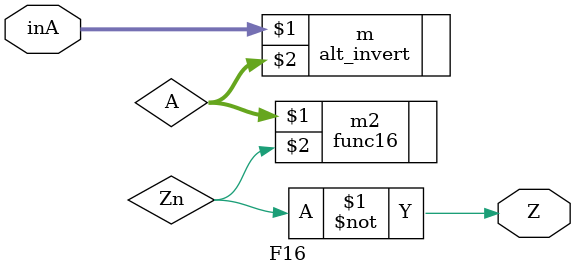
<source format=v>
module F16(inA, Z
	);

	// Assigning ports as in/out
	input [15:0] inA;
	output Z;

	wire [15:0] A;
	alt_invert #(16) m(inA, A);

	wire Zn;
	func16 m2(A, Zn);

	assign Z = ~Zn;

endmodule

</source>
